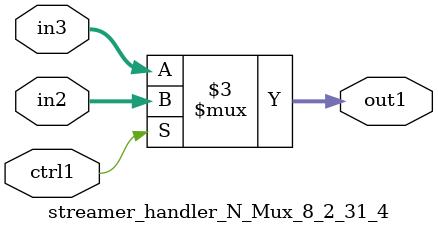
<source format=v>

`timescale 1ps / 1ps


module streamer_handler_N_Mux_8_2_31_4( in3, in2, ctrl1, out1 );

    input [7:0] in3;
    input [7:0] in2;
    input ctrl1;
    output [7:0] out1;
    reg [7:0] out1;

    
    // rtl_process:streamer_handler_N_Mux_8_2_31_4/streamer_handler_N_Mux_8_2_31_4_thread_1
    always @*
      begin : streamer_handler_N_Mux_8_2_31_4_thread_1
        case (ctrl1) 
          1'b1: 
            begin
              out1 = in2;
            end
          default: 
            begin
              out1 = in3;
            end
        endcase
      end

endmodule



</source>
